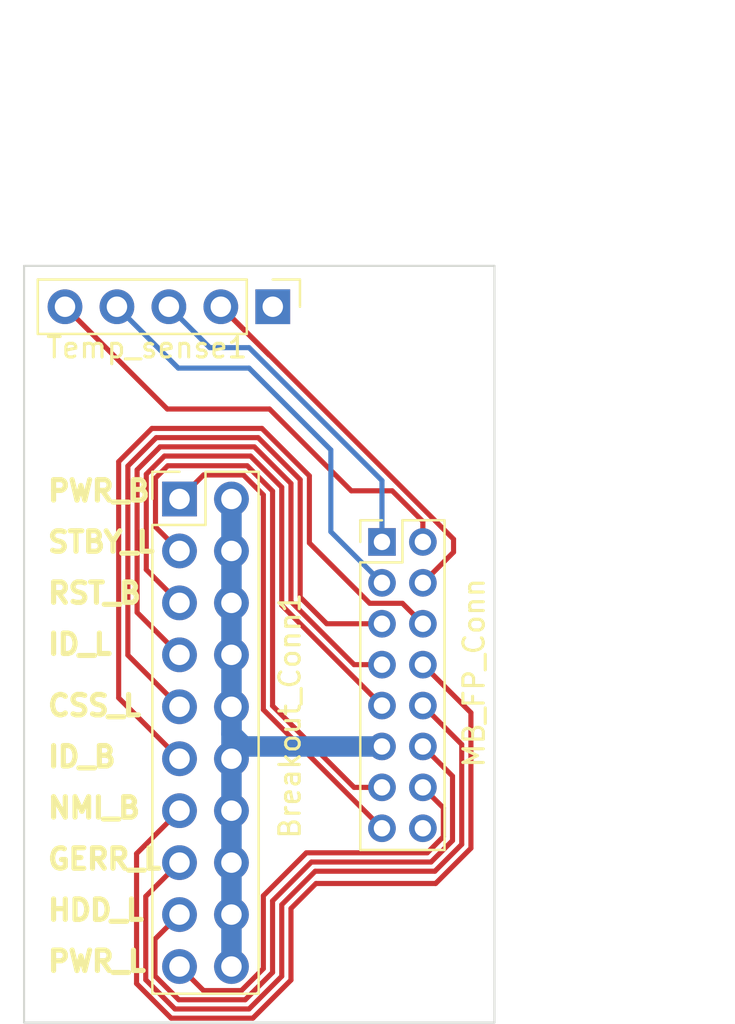
<source format=kicad_pcb>
(kicad_pcb (version 20221018) (generator pcbnew)
  (layers (0 "F.Cu" signal) (31 "B.Cu" signal) (34 "B.Paste" user) (35 "F.Paste" user) (36 "B.SilkS" user "B.Silkscreen") (37 "F.SilkS" user "F.Silkscreen") (38 "B.Mask" user) (39 "F.Mask" user) (44 "Edge.Cuts" user))
  (net 0 "")
  (net 1 "/SDA")
  (net 3 "/PWR_BTN")
  (net 4 "/GND")
  (net 5 "/Standby_LED")
  (net 6 "/Reset_BTN")
  (net 7 "/ID_LED")
  (net 8 "/CSS_LED")
  (net 9 "/ID_BTN")
  (net 10 "/NMI_BTN")
  (net 11 "/GErr_LED")
  (net 12 "/HDD_LED")
  (net 13 "/PWR_LED")
  (net 14 "/3.3v")
  (net 15 "/SCL")
  (net 16 "Net-(MB_FP_Conn1-Pin_3)")
  (footprint "Connector_PinHeader_2.00mm:PinHeader_2x08_P2.00mm_Vertical" (layer "F.Cu") (at 34.5 57.5)
    (fp_text reference "MB_FP_Conn1" hide)
    (fp_text value "MB_FP_Conn" (at 4.5 6.4 90) (layer "F.SilkS"))
    (fp_line (start -1.06 -1.06) (end 0 -1.06) (stroke (width 0.12)) (layer "F.SilkS"))
    (fp_line (start -1.06 0) (end -1.06 -1.06) (stroke (width 0.12)) (layer "F.SilkS"))
    (fp_line (start -1.06 1) (end -1.06 15.06) (stroke (width 0.12)) (layer "F.SilkS"))
    (fp_line (start -1.06 1) (end 1 1) (stroke (width 0.12)) (layer "F.SilkS"))
    (fp_line (start -1.06 15.06) (end 3.06 15.06) (stroke (width 0.12)) (layer "F.SilkS"))
    (fp_line (start 1 -1.06) (end 3.06 -1.06) (stroke (width 0.12)) (layer "F.SilkS"))
    (fp_line (start 1 1) (end 1 -1.06) (stroke (width 0.12)) (layer "F.SilkS"))
    (fp_line (start 3.06 -1.06) (end 3.06 15.06) (stroke (width 0.12)) (layer "F.SilkS"))
    (pad "1" thru_hole rect (at 0 0) (size 1.35 1.35) (drill 0.8) (layers "*.Cu" "*.Mask") (net 1 "/SDA"))
    (pad "2" thru_hole oval (at 2 0) (size 1.35 1.35) (drill 0.8) (layers "*.Cu" "*.Mask") (net 14 "/3.3v"))
    (pad "3" thru_hole oval (at 0 2) (size 1.35 1.35) (drill 0.8) (layers "*.Cu" "*.Mask") (net 16 "Net-(MB_FP_Conn1-Pin_3)"))
    (pad "4" thru_hole oval (at 2 2) (size 1.35 1.35) (drill 0.8) (layers "*.Cu" "*.Mask") (net 15 "/SCL"))
    (pad "5" thru_hole oval (at 0 4) (size 1.35 1.35) (drill 0.8) (layers "*.Cu" "*.Mask") (net 8 "/CSS_LED"))
    (pad "6" thru_hole oval (at 2 4) (size 1.35 1.35) (drill 0.8) (layers "*.Cu" "*.Mask") (net 9 "/ID_BTN"))
    (pad "7" thru_hole oval (at 0 6) (size 1.35 1.35) (drill 0.8) (layers "*.Cu" "*.Mask") (net 7 "/ID_LED"))
    (pad "8" thru_hole oval (at 2 6) (size 1.35 1.35) (drill 0.8) (layers "*.Cu" "*.Mask") (net 10 "/NMI_BTN"))
    (pad "9" thru_hole oval (at 0 8) (size 1.35 1.35) (drill 0.8) (layers "*.Cu" "*.Mask") (net 6 "/Reset_BTN"))
    (pad "10" thru_hole oval (at 2 8) (size 1.35 1.35) (drill 0.8) (layers "*.Cu" "*.Mask") (net 11 "/GErr_LED"))
    (pad "11" thru_hole oval (at 0 10) (size 1.35 1.35) (drill 0.8) (layers "*.Cu" "*.Mask") (net 4 "/GND"))
    (pad "12" thru_hole oval (at 2 10) (size 1.35 1.35) (drill 0.8) (layers "*.Cu" "*.Mask") (net 12 "/HDD_LED"))
    (pad "13" thru_hole oval (at 0 12) (size 1.35 1.35) (drill 0.8) (layers "*.Cu" "*.Mask") (net 5 "/Standby_LED"))
    (pad "14" thru_hole oval (at 2 12) (size 1.35 1.35) (drill 0.8) (layers "*.Cu" "*.Mask") (net 13 "/PWR_LED"))
    (pad "15" thru_hole oval (at 0 14) (size 1.35 1.35) (drill 0.8) (layers "*.Cu" "*.Mask") (net 3 "/PWR_BTN"))
    (pad "16" thru_hole oval (at 2 14) (size 1.35 1.35) (drill 0.8) (layers "*.Cu" "*.Mask"))
  )
  (footprint "Connector_PinHeader_2.54mm:PinHeader_1x05_P2.54mm_Vertical" (layer "F.Cu") (at 29.16 46 -90)
    (fp_text reference "Temp_sense1" (at 2 6.16 -180) (layer "F.SilkS"))
    (fp_text value "Conn_01x05_Pin")
    (fp_line (start -1.33 -1.33) (end 0 -1.33) (stroke (width 0.12)) (layer "F.SilkS"))
    (fp_line (start -1.33 0) (end -1.33 -1.33) (stroke (width 0.12)) (layer "F.SilkS"))
    (fp_line (start -1.33 1.27) (end -1.33 11.49) (stroke (width 0.12)) (layer "F.SilkS"))
    (fp_line (start -1.33 1.27) (end 1.33 1.27) (stroke (width 0.12)) (layer "F.SilkS"))
    (fp_line (start -1.33 11.49) (end 1.33 11.49) (stroke (width 0.12)) (layer "F.SilkS"))
    (fp_line (start 1.33 1.27) (end 1.33 11.49) (stroke (width 0.12)) (layer "F.SilkS"))
    (pad "1" thru_hole rect (at 0 0 270) (size 1.7 1.7) (drill 1) (layers "*.Cu" "*.Mask"))
    (pad "2" thru_hole oval (at 0 2.54 270) (size 1.7 1.7) (drill 1) (layers "*.Cu" "*.Mask") (net 15 "/SCL"))
    (pad "3" thru_hole oval (at 0 5.08 270) (size 1.7 1.7) (drill 1) (layers "*.Cu" "*.Mask") (net 1 "/SDA"))
    (pad "4" thru_hole oval (at 0 7.62 270) (size 1.7 1.7) (drill 1) (layers "*.Cu" "*.Mask") (net 16 "Net-(MB_FP_Conn1-Pin_3)"))
    (pad "5" thru_hole oval (at 0 10.16 270) (size 1.7 1.7) (drill 1) (layers "*.Cu" "*.Mask") (net 14 "/3.3v"))
  )
  (footprint "Connector_PinHeader_2.54mm:PinHeader_2x10_P2.54mm_Vertical" (layer "F.Cu") (at 24.6 55.4)
    (fp_text reference "Breakout_Conn1" (at 5.4 10.6 90) (layer "F.SilkS"))
    (fp_text value "Breakout_Conn" hide)
    (fp_line (start -1.33 -1.33) (end 0 -1.33) (stroke (width 0.12)) (layer "F.SilkS"))
    (fp_line (start -1.33 0) (end -1.33 -1.33) (stroke (width 0.12)) (layer "F.SilkS"))
    (fp_line (start -1.33 1.27) (end -1.33 24.19) (stroke (width 0.12)) (layer "F.SilkS"))
    (fp_line (start -1.33 1.27) (end 1.27 1.27) (stroke (width 0.12)) (layer "F.SilkS"))
    (fp_line (start -1.33 24.19) (end 3.87 24.19) (stroke (width 0.12)) (layer "F.SilkS"))
    (fp_line (start 1.27 -1.33) (end 3.87 -1.33) (stroke (width 0.12)) (layer "F.SilkS"))
    (fp_line (start 1.27 1.27) (end 1.27 -1.33) (stroke (width 0.12)) (layer "F.SilkS"))
    (fp_line (start 3.87 -1.33) (end 3.87 24.19) (stroke (width 0.12)) (layer "F.SilkS"))
    (pad "1" thru_hole rect (at 0 0) (size 1.7 1.7) (drill 1) (layers "*.Cu" "*.Mask") (net 3 "/PWR_BTN"))
    (pad "2" thru_hole oval (at 2.54 0) (size 1.7 1.7) (drill 1) (layers "*.Cu" "*.Mask") (net 4 "/GND"))
    (pad "3" thru_hole oval (at 0 2.54) (size 1.7 1.7) (drill 1) (layers "*.Cu" "*.Mask") (net 5 "/Standby_LED"))
    (pad "4" thru_hole oval (at 2.54 2.54) (size 1.7 1.7) (drill 1) (layers "*.Cu" "*.Mask") (net 4 "/GND"))
    (pad "5" thru_hole oval (at 0 5.08) (size 1.7 1.7) (drill 1) (layers "*.Cu" "*.Mask") (net 6 "/Reset_BTN"))
    (pad "6" thru_hole oval (at 2.54 5.08) (size 1.7 1.7) (drill 1) (layers "*.Cu" "*.Mask") (net 4 "/GND"))
    (pad "7" thru_hole oval (at 0 7.62) (size 1.7 1.7) (drill 1) (layers "*.Cu" "*.Mask") (net 7 "/ID_LED"))
    (pad "8" thru_hole oval (at 2.54 7.62) (size 1.7 1.7) (drill 1) (layers "*.Cu" "*.Mask") (net 4 "/GND"))
    (pad "9" thru_hole oval (at 0 10.16) (size 1.7 1.7) (drill 1) (layers "*.Cu" "*.Mask") (net 8 "/CSS_LED"))
    (pad "10" thru_hole oval (at 2.54 10.16) (size 1.7 1.7) (drill 1) (layers "*.Cu" "*.Mask") (net 4 "/GND"))
    (pad "11" thru_hole oval (at 0 12.7) (size 1.7 1.7) (drill 1) (layers "*.Cu" "*.Mask") (net 9 "/ID_BTN"))
    (pad "12" thru_hole oval (at 2.54 12.7) (size 1.7 1.7) (drill 1) (layers "*.Cu" "*.Mask") (net 4 "/GND"))
    (pad "13" thru_hole oval (at 0 15.24) (size 1.7 1.7) (drill 1) (layers "*.Cu" "*.Mask") (net 10 "/NMI_BTN"))
    (pad "14" thru_hole oval (at 2.54 15.24) (size 1.7 1.7) (drill 1) (layers "*.Cu" "*.Mask") (net 4 "/GND"))
    (pad "15" thru_hole oval (at 0 17.78) (size 1.7 1.7) (drill 1) (layers "*.Cu" "*.Mask") (net 11 "/GErr_LED"))
    (pad "16" thru_hole oval (at 2.54 17.78) (size 1.7 1.7) (drill 1) (layers "*.Cu" "*.Mask") (net 4 "/GND"))
    (pad "17" thru_hole oval (at 0 20.32) (size 1.7 1.7) (drill 1) (layers "*.Cu" "*.Mask") (net 12 "/HDD_LED"))
    (pad "18" thru_hole oval (at 2.54 20.32) (size 1.7 1.7) (drill 1) (layers "*.Cu" "*.Mask") (net 4 "/GND"))
    (pad "19" thru_hole oval (at 0 22.86) (size 1.7 1.7) (drill 1) (layers "*.Cu" "*.Mask") (net 13 "/PWR_LED"))
    (pad "20" thru_hole oval (at 2.54 22.86) (size 1.7 1.7) (drill 1) (layers "*.Cu" "*.Mask") (net 4 "/GND"))
  )
  (gr_line (start 40 44) (end 40 81) (stroke (width 0.1)) (layer "Edge.Cuts"))
  (gr_line (start 17 44) (end 40 44) (stroke (width 0.1)) (layer "Edge.Cuts"))
  (gr_line (start 17 81) (end 17 44) (stroke (width 0.1)) (layer "Edge.Cuts"))
  (gr_line (start 40 81) (end 17 81) (stroke (width 0.1)) (layer "Edge.Cuts"))
  (gr_text "ID_B" (at 18.04 68.59) (layer "F.SilkS") (effects (font (size 1 1) (thickness 0.25) bold) (justify left bottom)))
  (gr_text "ID_L" (at 18.04 63.09) (layer "F.SilkS") (effects (font (size 1 1) (thickness 0.25) bold) (justify left bottom)))
  (gr_text "NMI_B" (at 18.04 71.09) (layer "F.SilkS") (effects (font (size 1 1) (thickness 0.25) bold) (justify left bottom)))
  (gr_text "GERR_L" (at 18.04 73.59) (layer "F.SilkS") (effects (font (size 1 1) (thickness 0.25) bold) (justify left bottom)))
  (gr_text "CSS_L" (at 18.04 66.09) (layer "F.SilkS") (effects (font (size 1 1) (thickness 0.25) bold) (justify left bottom)))
  (gr_text "HDD_L" (at 18.04 76.09) (layer "F.SilkS") (effects (font (size 1 1) (thickness 0.25) bold) (justify left bottom)))
  (gr_text "PWR_B" (at 18.04 55.59) (layer "F.SilkS") (effects (font (size 1 1) (thickness 0.25) bold) (justify left bottom)))
  (gr_text "RST_B" (at 18.04 60.59) (layer "F.SilkS") (effects (font (size 1 1) (thickness 0.25) bold) (justify left bottom)))
  (gr_text "STBY_L" (at 18.04 58.09) (layer "F.SilkS") (effects (font (size 1 1) (thickness 0.25) bold) (justify left bottom)))
  (gr_text "PWR_L" (at 18.04 78.59) (layer "F.SilkS") (effects (font (size 1 1) (thickness 0.25) bold) (justify left bottom)))
  (segment (start 34.5 54.5) (end 28 48) (width 0.25) (layer "B.Cu") (net 1))
  (segment (start 26.08 48) (end 24.08 46) (width 0.25) (layer "B.Cu") (net 1))
  (segment (start 34.5 57.5) (end 34.5 54.5) (width 0.25) (layer "B.Cu") (net 1))
  (segment (start 28 48) (end 26.08 48) (width 0.25) (layer "B.Cu") (net 1))
  (segment (start 28.7 65.7) (end 34.5 71.5) (width 0.25) (layer "F.Cu") (net 3))
  (segment (start 27.725 54.225) (end 28.7 55.2) (width 0.25) (layer "F.Cu") (net 3))
  (segment (start 28.7 55.2) (end 28.7 65.7) (width 0.25) (layer "F.Cu") (net 3))
  (segment (start 24.6 55.4) (end 25.775 54.225) (width 0.25) (layer "F.Cu") (net 3))
  (segment (start 25.775 54.225) (end 27.725 54.225) (width 0.25) (layer "F.Cu") (net 3))
  (segment (start 27.14 55.4) (end 27.14 78.26) (width 1) (layer "B.Cu") (net 4))
  (segment (start 27.14 66.9) (end 27.74 67.5) (width 1) (layer "B.Cu") (net 4))
  (segment (start 34.5 67.5) (end 27.74 67.5) (width 1) (layer "B.Cu") (net 4))
  (segment (start 27.74 67.5) (end 27.14 68.1) (width 1) (layer "B.Cu") (net 4))
  (segment (start 27.14 65.56) (end 27.14 66.9) (width 1) (layer "B.Cu") (net 4))
  (segment (start 29.15 65.513604) (end 29.15 55.013604) (width 0.25) (layer "F.Cu") (net 5))
  (segment (start 23.425 56.765) (end 24.6 57.94) (width 0.25) (layer "F.Cu") (net 5))
  (segment (start 24.025 53.775) (end 23.425 54.375) (width 0.25) (layer "F.Cu") (net 5))
  (segment (start 29.15 55.013604) (end 27.911396 53.775) (width 0.25) (layer "F.Cu") (net 5))
  (segment (start 23.425 54.375) (end 23.425 56.765) (width 0.25) (layer "F.Cu") (net 5))
  (segment (start 34.5 69.5) (end 33.136396 69.5) (width 0.25) (layer "F.Cu") (net 5))
  (segment (start 27.911396 53.775) (end 24.025 53.775) (width 0.25) (layer "F.Cu") (net 5))
  (segment (start 33.136396 69.5) (end 29.15 65.513604) (width 0.25) (layer "F.Cu") (net 5))
  (segment (start 22.975 54.188604) (end 23.863604 53.3) (width 0.25) (layer "F.Cu") (net 6))
  (segment (start 23.863604 53.3) (end 28.072792 53.3) (width 0.25) (layer "F.Cu") (net 6))
  (segment (start 29.6 60.6) (end 34.5 65.5) (width 0.25) (layer "F.Cu") (net 6))
  (segment (start 29.6 54.827208) (end 29.6 60.6) (width 0.25) (layer "F.Cu") (net 6))
  (segment (start 28.072792 53.3) (end 29.6 54.827208) (width 0.25) (layer "F.Cu") (net 6))
  (segment (start 24.6 60.48) (end 22.975 58.855) (width 0.25) (layer "F.Cu") (net 6))
  (segment (start 22.975 58.855) (end 22.975 54.188604) (width 0.25) (layer "F.Cu") (net 6))
  (segment (start 28.259188 52.85) (end 23.65 52.85) (width 0.25) (layer "F.Cu") (net 7))
  (segment (start 33.136396 63.5) (end 30.05 60.413604) (width 0.25) (layer "F.Cu") (net 7))
  (segment (start 30.05 60.413604) (end 30.05 54.640812) (width 0.25) (layer "F.Cu") (net 7))
  (segment (start 22.525 60.945) (end 24.6 63.02) (width 0.25) (layer "F.Cu") (net 7))
  (segment (start 23.65 52.85) (end 22.525 53.975) (width 0.25) (layer "F.Cu") (net 7))
  (segment (start 22.525 53.975) (end 22.525 60.945) (width 0.25) (layer "F.Cu") (net 7))
  (segment (start 30.05 54.640812) (end 28.259188 52.85) (width 0.25) (layer "F.Cu") (net 7))
  (segment (start 34.5 63.5) (end 33.136396 63.5) (width 0.25) (layer "F.Cu") (net 7))
  (segment (start 28.445584 52.4) (end 23.463604 52.4) (width 0.25) (layer "F.Cu") (net 8))
  (segment (start 22.075 63.035) (end 24.6 65.56) (width 0.25) (layer "F.Cu") (net 8))
  (segment (start 34.5 61.5) (end 31.8 61.5) (width 0.25) (layer "F.Cu") (net 8))
  (segment (start 23.463604 52.4) (end 22.075 53.788604) (width 0.25) (layer "F.Cu") (net 8))
  (segment (start 30.5 60.2) (end 30.5 54.454416) (width 0.25) (layer "F.Cu") (net 8))
  (segment (start 31.8 61.5) (end 30.5 60.2) (width 0.25) (layer "F.Cu") (net 8))
  (segment (start 22.075 53.788604) (end 22.075 63.035) (width 0.25) (layer "F.Cu") (net 8))
  (segment (start 30.5 54.454416) (end 28.445584 52.4) (width 0.25) (layer "F.Cu") (net 8))
  (segment (start 28.63198 51.95) (end 23.25 51.95) (width 0.25) (layer "F.Cu") (net 9))
  (segment (start 30.95 57.55) (end 30.95 54.26802) (width 0.25) (layer "F.Cu") (net 9))
  (segment (start 36.5 61.5) (end 35.5 60.5) (width 0.25) (layer "F.Cu") (net 9))
  (segment (start 35.5 60.5) (end 33.9 60.5) (width 0.25) (layer "F.Cu") (net 9))
  (segment (start 30.95 54.26802) (end 28.63198 51.95) (width 0.25) (layer "F.Cu") (net 9))
  (segment (start 23.25 51.95) (end 21.625 53.575) (width 0.25) (layer "F.Cu") (net 9))
  (segment (start 21.625 53.575) (end 21.625 65.125) (width 0.25) (layer "F.Cu") (net 9))
  (segment (start 33.9 60.5) (end 30.95 57.55) (width 0.25) (layer "F.Cu") (net 9))
  (segment (start 21.625 65.125) (end 24.6 68.1) (width 0.25) (layer "F.Cu") (net 9))
  (segment (start 31.272792 74.2) (end 30.05 75.422792) (width 0.25) (layer "F.Cu") (net 10))
  (segment (start 24.190507 80.785) (end 22.5 79.094493) (width 0.25) (layer "F.Cu") (net 10))
  (segment (start 22.5 72.74) (end 24.6 70.64) (width 0.25) (layer "F.Cu") (net 10))
  (segment (start 37.123402 74.2) (end 31.272792 74.2) (width 0.25) (layer "F.Cu") (net 10))
  (segment (start 30.05 75.422792) (end 30.05 78.920889) (width 0.25) (layer "F.Cu") (net 10))
  (segment (start 22.5 79.094493) (end 22.5 72.74) (width 0.25) (layer "F.Cu") (net 10))
  (segment (start 30.05 78.920889) (end 28.185889 80.785) (width 0.25) (layer "F.Cu") (net 10))
  (segment (start 36.5 63.5) (end 38.85 65.85) (width 0.25) (layer "F.Cu") (net 10))
  (segment (start 38.85 65.85) (end 38.85 72.473402) (width 0.25) (layer "F.Cu") (net 10))
  (segment (start 38.85 72.473402) (end 37.123402 74.2) (width 0.25) (layer "F.Cu") (net 10))
  (segment (start 28.185889 80.785) (end 24.190507 80.785) (width 0.25) (layer "F.Cu") (net 10))
  (segment (start 29.6 78.734493) (end 29.6 75.236396) (width 0.25) (layer "F.Cu") (net 11))
  (segment (start 24.376903 80.335) (end 27.999493 80.335) (width 0.25) (layer "F.Cu") (net 11))
  (segment (start 22.95 78.908097) (end 24.376903 80.335) (width 0.25) (layer "F.Cu") (net 11))
  (segment (start 38.4 72.287006) (end 38.4 67.4) (width 0.25) (layer "F.Cu") (net 11))
  (segment (start 37.087006 73.6) (end 38.4 72.287006) (width 0.25) (layer "F.Cu") (net 11))
  (segment (start 29.6 75.236396) (end 31.236396 73.6) (width 0.25) (layer "F.Cu") (net 11))
  (segment (start 27.999493 80.335) (end 29.6 78.734493) (width 0.25) (layer "F.Cu") (net 11))
  (segment (start 38.4 67.4) (end 36.5 65.5) (width 0.25) (layer "F.Cu") (net 11))
  (segment (start 24.6 73.18) (end 22.95 74.83) (width 0.25) (layer "F.Cu") (net 11))
  (segment (start 22.95 74.83) (end 22.95 78.908097) (width 0.25) (layer "F.Cu") (net 11))
  (segment (start 31.236396 73.6) (end 37.087006 73.6) (width 0.25) (layer "F.Cu") (net 11))
  (segment (start 36.90061 73.15) (end 31.05 73.15) (width 0.25) (layer "F.Cu") (net 12))
  (segment (start 23.4 78.721701) (end 23.4 76.92) (width 0.25) (layer "F.Cu") (net 12))
  (segment (start 29.15 78.548097) (end 27.813097 79.885) (width 0.25) (layer "F.Cu") (net 12))
  (segment (start 27.813097 79.885) (end 24.563299 79.885) (width 0.25) (layer "F.Cu") (net 12))
  (segment (start 36.5 67.5) (end 37.95 68.95) (width 0.25) (layer "F.Cu") (net 12))
  (segment (start 29.15 75.05) (end 29.15 78.548097) (width 0.25) (layer "F.Cu") (net 12))
  (segment (start 24.563299 79.885) (end 23.4 78.721701) (width 0.25) (layer "F.Cu") (net 12))
  (segment (start 23.4 76.92) (end 24.6 75.72) (width 0.25) (layer "F.Cu") (net 12))
  (segment (start 37.95 68.95) (end 37.95 72.10061) (width 0.25) (layer "F.Cu") (net 12))
  (segment (start 37.95 72.10061) (end 36.90061 73.15) (width 0.25) (layer "F.Cu") (net 12))
  (segment (start 31.05 73.15) (end 29.15 75.05) (width 0.25) (layer "F.Cu") (net 12))
  (segment (start 27.626701 79.435) (end 28.7 78.361701) (width 0.25) (layer "F.Cu") (net 13))
  (segment (start 37.5 71.914214) (end 37.5 70.5) (width 0.25) (layer "F.Cu") (net 13))
  (segment (start 30.8 72.7) (end 36.714214 72.7) (width 0.25) (layer "F.Cu") (net 13))
  (segment (start 25.775 79.435) (end 27.626701 79.435) (width 0.25) (layer "F.Cu") (net 13))
  (segment (start 36.714214 72.7) (end 37.5 71.914214) (width 0.25) (layer "F.Cu") (net 13))
  (segment (start 24.6 78.26) (end 25.775 79.435) (width 0.25) (layer "F.Cu") (net 13))
  (segment (start 37.5 70.5) (end 36.5 69.5) (width 0.25) (layer "F.Cu") (net 13))
  (segment (start 28.7 74.8) (end 30.8 72.7) (width 0.25) (layer "F.Cu") (net 13))
  (segment (start 28.7 78.361701) (end 28.7 74.8) (width 0.25) (layer "F.Cu") (net 13))
  (segment (start 24 51) (end 19 46) (width 0.25) (layer "F.Cu") (net 14))
  (segment (start 36.5 56.5) (end 35 55) (width 0.25) (layer "F.Cu") (net 14))
  (segment (start 36.5 57.5) (end 36.5 56.5) (width 0.25) (layer "F.Cu") (net 14))
  (segment (start 29 51) (end 24 51) (width 0.25) (layer "F.Cu") (net 14))
  (segment (start 35 55) (end 33 55) (width 0.25) (layer "F.Cu") (net 14))
  (segment (start 33 55) (end 29 51) (width 0.25) (layer "F.Cu") (net 14))
  (segment (start 26.62 46) (end 26.636396 46) (width 0.25) (layer "F.Cu") (net 15))
  (segment (start 26.636396 46) (end 38 57.363604) (width 0.25) (layer "F.Cu") (net 15))
  (segment (start 38 58) (end 36.5 59.5) (width 0.25) (layer "F.Cu") (net 15))
  (segment (start 38 57.363604) (end 38 58) (width 0.25) (layer "F.Cu") (net 15))
  (segment (start 26.62 46) (end 28.983604 48.363604) (width 0.25) (layer "F.Cu") (net 15))
  (segment (start 28 49) (end 24.54 49) (width 0.25) (layer "B.Cu") (net 16))
  (segment (start 34.5 59.5) (end 32 57) (width 0.25) (layer "B.Cu") (net 16))
  (segment (start 24.54 49) (end 21.54 46) (width 0.25) (layer "B.Cu") (net 16))
  (segment (start 32 57) (end 32 53) (width 0.25) (layer "B.Cu") (net 16))
  (segment (start 32 53) (end 28 49) (width 0.25) (layer "B.Cu") (net 16))
)
</source>
